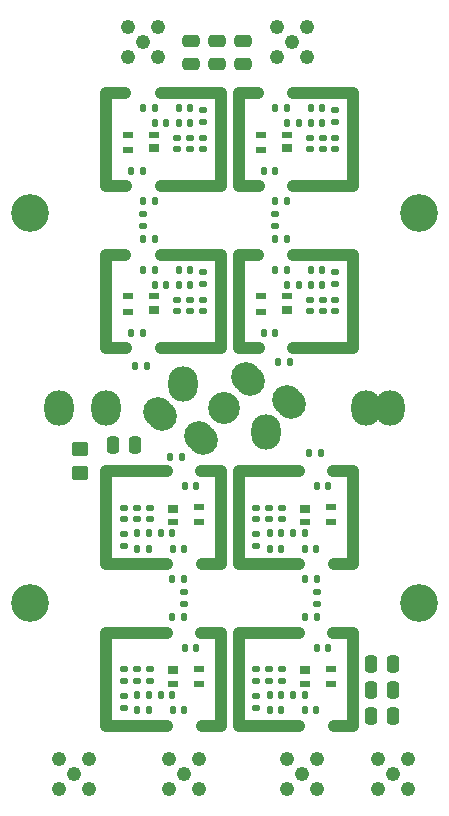
<source format=gbr>
%TF.GenerationSoftware,KiCad,Pcbnew,7.0.5-4d25ed1034~172~ubuntu22.04.1*%
%TF.CreationDate,2023-07-12T12:46:34+02:00*%
%TF.ProjectId,Chubut_2,43687562-7574-45f3-922e-6b696361645f,rev?*%
%TF.SameCoordinates,Original*%
%TF.FileFunction,Soldermask,Bot*%
%TF.FilePolarity,Negative*%
%FSLAX46Y46*%
G04 Gerber Fmt 4.6, Leading zero omitted, Abs format (unit mm)*
G04 Created by KiCad (PCBNEW 7.0.5-4d25ed1034~172~ubuntu22.04.1) date 2023-07-12 12:46:34*
%MOMM*%
%LPD*%
G01*
G04 APERTURE LIST*
G04 Aperture macros list*
%AMRoundRect*
0 Rectangle with rounded corners*
0 $1 Rounding radius*
0 $2 $3 $4 $5 $6 $7 $8 $9 X,Y pos of 4 corners*
0 Add a 4 corners polygon primitive as box body*
4,1,4,$2,$3,$4,$5,$6,$7,$8,$9,$2,$3,0*
0 Add four circle primitives for the rounded corners*
1,1,$1+$1,$2,$3*
1,1,$1+$1,$4,$5*
1,1,$1+$1,$6,$7*
1,1,$1+$1,$8,$9*
0 Add four rect primitives between the rounded corners*
20,1,$1+$1,$2,$3,$4,$5,0*
20,1,$1+$1,$4,$5,$6,$7,0*
20,1,$1+$1,$6,$7,$8,$9,0*
20,1,$1+$1,$8,$9,$2,$3,0*%
%AMHorizOval*
0 Thick line with rounded ends*
0 $1 width*
0 $2 $3 position (X,Y) of the first rounded end (center of the circle)*
0 $4 $5 position (X,Y) of the second rounded end (center of the circle)*
0 Add line between two ends*
20,1,$1,$2,$3,$4,$5,0*
0 Add two circle primitives to create the rounded ends*
1,1,$1,$2,$3*
1,1,$1,$4,$5*%
G04 Aperture macros list end*
%ADD10C,1.000000*%
%ADD11C,3.200000*%
%ADD12O,2.500000X3.000000*%
%ADD13HorizOval,2.500000X-0.176777X0.176777X0.176777X-0.176777X0*%
%ADD14C,2.700000*%
%ADD15RoundRect,0.135000X-0.185000X0.135000X-0.185000X-0.135000X0.185000X-0.135000X0.185000X0.135000X0*%
%ADD16RoundRect,0.140000X0.140000X0.170000X-0.140000X0.170000X-0.140000X-0.170000X0.140000X-0.170000X0*%
%ADD17R,0.950000X0.500000*%
%ADD18R,0.950000X0.800000*%
%ADD19RoundRect,0.140000X-0.170000X0.140000X-0.170000X-0.140000X0.170000X-0.140000X0.170000X0.140000X0*%
%ADD20RoundRect,0.140000X0.170000X-0.140000X0.170000X0.140000X-0.170000X0.140000X-0.170000X-0.140000X0*%
%ADD21RoundRect,0.135000X-0.135000X-0.185000X0.135000X-0.185000X0.135000X0.185000X-0.135000X0.185000X0*%
%ADD22RoundRect,0.147500X0.147500X0.172500X-0.147500X0.172500X-0.147500X-0.172500X0.147500X-0.172500X0*%
%ADD23RoundRect,0.140000X-0.140000X-0.170000X0.140000X-0.170000X0.140000X0.170000X-0.140000X0.170000X0*%
%ADD24RoundRect,0.135000X0.135000X0.185000X-0.135000X0.185000X-0.135000X-0.185000X0.135000X-0.185000X0*%
%ADD25RoundRect,0.147500X-0.147500X-0.172500X0.147500X-0.172500X0.147500X0.172500X-0.147500X0.172500X0*%
%ADD26RoundRect,0.250000X0.250000X0.475000X-0.250000X0.475000X-0.250000X-0.475000X0.250000X-0.475000X0*%
%ADD27C,1.240000*%
%ADD28RoundRect,0.135000X0.185000X-0.135000X0.185000X0.135000X-0.185000X0.135000X-0.185000X-0.135000X0*%
%ADD29RoundRect,0.250000X-0.250000X-0.475000X0.250000X-0.475000X0.250000X0.475000X-0.250000X0.475000X0*%
%ADD30RoundRect,0.250000X-0.475000X0.250000X-0.475000X-0.250000X0.475000X-0.250000X0.475000X0.250000X0*%
%ADD31RoundRect,0.250000X0.450000X-0.350000X0.450000X0.350000X-0.450000X0.350000X-0.450000X-0.350000X0*%
G04 APERTURE END LIST*
D10*
X-300000Y-5300000D02*
X-300000Y-13200000D01*
X-8300000Y18800000D02*
X-10000000Y18800000D01*
X9200000Y-19000000D02*
X10900000Y-19000000D01*
X9200000Y-5300000D02*
X10900000Y-5300000D01*
X-10000000Y-19000000D02*
X-10000000Y-26900000D01*
X-10000000Y-26900000D02*
X-4900000Y-26900000D01*
X-4900000Y-19000000D02*
X-10000000Y-19000000D01*
X10900000Y-26900000D02*
X9300000Y-26900000D01*
X10900000Y26700000D02*
X5800000Y26700000D01*
X1200000Y18800000D02*
X1200000Y26700000D01*
X-2000000Y-5300000D02*
X-300000Y-5300000D01*
X-10000000Y26700000D02*
X-8400000Y26700000D01*
X-10000000Y-5300000D02*
X-10000000Y-13200000D01*
X-5400000Y18800000D02*
X-300000Y18800000D01*
X10900000Y5100000D02*
X10900000Y13000000D01*
X-10000000Y5100000D02*
X-10000000Y13000000D01*
X-300000Y13000000D02*
X-5400000Y13000000D01*
X-10000000Y13000000D02*
X-8400000Y13000000D01*
X10900000Y18800000D02*
X10900000Y26700000D01*
X-10000000Y18800000D02*
X-10000000Y26700000D01*
X1200000Y26700000D02*
X2800000Y26700000D01*
X10900000Y-19000000D02*
X10900000Y-26900000D01*
X6300000Y-19000000D02*
X1200000Y-19000000D01*
X5800000Y5100000D02*
X10900000Y5100000D01*
X-300000Y-19000000D02*
X-300000Y-26900000D01*
X-300000Y-13200000D02*
X-1900000Y-13200000D01*
X1200000Y-19000000D02*
X1200000Y-26900000D01*
X-300000Y18800000D02*
X-300000Y26700000D01*
X1200000Y5100000D02*
X1200000Y13000000D01*
X6300000Y-5300000D02*
X1200000Y-5300000D01*
X-8300000Y5100000D02*
X-10000000Y5100000D01*
X2900000Y18800000D02*
X1200000Y18800000D01*
X10900000Y13000000D02*
X5800000Y13000000D01*
X-2000000Y-19000000D02*
X-300000Y-19000000D01*
X-300000Y-26900000D02*
X-1900000Y-26900000D01*
X-10000000Y-13200000D02*
X-4900000Y-13200000D01*
X-300000Y5100000D02*
X-300000Y13000000D01*
X2900000Y5100000D02*
X1200000Y5100000D01*
X10900000Y-5300000D02*
X10900000Y-13200000D01*
X1200000Y-5300000D02*
X1200000Y-13200000D01*
X10900000Y-13200000D02*
X9300000Y-13200000D01*
X5800000Y18800000D02*
X10900000Y18800000D01*
X-5400000Y5100000D02*
X-300000Y5100000D01*
X-4900000Y-5300000D02*
X-10000000Y-5300000D01*
X1200000Y-26900000D02*
X6300000Y-26900000D01*
X-300000Y26700000D02*
X-5400000Y26700000D01*
X1200000Y-13200000D02*
X6300000Y-13200000D01*
X1200000Y13000000D02*
X2800000Y13000000D01*
D11*
%TO.C,H3*%
X16500000Y-16500000D03*
%TD*%
D12*
%TO.C,J10*%
X-14000000Y0D03*
X-14000000Y0D03*
%TD*%
D13*
%TO.C,J4*%
X2000000Y2500000D03*
X2000000Y2500000D03*
%TD*%
%TO.C,J2*%
X-2000000Y-2500000D03*
X-2000000Y-2500000D03*
%TD*%
%TO.C,J15*%
X5500000Y500000D03*
X5500000Y500000D03*
%TD*%
D12*
%TO.C,J13*%
X12000000Y0D03*
X12000000Y0D03*
%TD*%
D11*
%TO.C,H2*%
X-16500000Y-16500000D03*
%TD*%
D12*
%TO.C,J16*%
X14000000Y0D03*
X14000000Y0D03*
%TD*%
%TO.C,J3*%
X3500000Y-2000000D03*
X3500000Y-2000000D03*
%TD*%
D13*
%TO.C,J14*%
X-5500000Y-500000D03*
X-5500000Y-500000D03*
%TD*%
D11*
%TO.C,H4*%
X16500000Y16500000D03*
%TD*%
D12*
%TO.C,J12*%
X-10000000Y0D03*
X-10000000Y0D03*
%TD*%
D14*
%TO.C,H5*%
X0Y0D03*
%TD*%
D12*
%TO.C,J5*%
X-3500000Y2000000D03*
X-3500000Y2000000D03*
%TD*%
D11*
%TO.C,H1*%
X-16500000Y16500000D03*
%TD*%
D15*
%TO.C,R8*%
X-3400000Y-15590000D03*
X-3400000Y-16610000D03*
%TD*%
D16*
%TO.C,C40*%
X-6920000Y20100000D03*
X-7880000Y20100000D03*
%TD*%
D17*
%TO.C,U1*%
X6827500Y-9657500D03*
D18*
X6827500Y-8507500D03*
D17*
X9027500Y-8357500D03*
X9027500Y-9657500D03*
%TD*%
D19*
%TO.C,C41*%
X-4000000Y22880000D03*
X-4000000Y21920000D03*
%TD*%
D20*
%TO.C,C47*%
X-6300000Y-9380000D03*
X-6300000Y-8420000D03*
%TD*%
%TO.C,C51*%
X-8500000Y-23080000D03*
X-8500000Y-22120000D03*
%TD*%
D19*
%TO.C,C35*%
X-4000000Y9180000D03*
X-4000000Y8220000D03*
%TD*%
D21*
%TO.C,R12*%
X4490000Y3900000D03*
X5510000Y3900000D03*
%TD*%
D22*
%TO.C,L9*%
X-2915000Y10400000D03*
X-3885000Y10400000D03*
%TD*%
D19*
%TO.C,C30*%
X8300000Y22880000D03*
X8300000Y21920000D03*
%TD*%
D23*
%TO.C,C46*%
X-3380000Y-6600000D03*
X-2420000Y-6600000D03*
%TD*%
D22*
%TO.C,L7*%
X8285000Y24100000D03*
X7315000Y24100000D03*
%TD*%
%TO.C,L6*%
X6285000Y10400000D03*
X5315000Y10400000D03*
%TD*%
D24*
%TO.C,R21*%
X-5890000Y17500000D03*
X-6910000Y17500000D03*
%TD*%
D23*
%TO.C,C55*%
X-4380000Y-25600000D03*
X-3420000Y-25600000D03*
%TD*%
D15*
%TO.C,R16*%
X9400000Y11510000D03*
X9400000Y10490000D03*
%TD*%
%TO.C,R4*%
X7800000Y-15590000D03*
X7800000Y-16610000D03*
%TD*%
D16*
%TO.C,C38*%
X-2920000Y25400000D03*
X-3880000Y25400000D03*
%TD*%
D25*
%TO.C,L4*%
X5815000Y-24300000D03*
X6785000Y-24300000D03*
%TD*%
D26*
%TO.C,C2*%
X14300000Y-23900000D03*
X12400000Y-23900000D03*
%TD*%
D17*
%TO.C,U3*%
X5272500Y9457500D03*
D18*
X5272500Y8307500D03*
D17*
X3072500Y8157500D03*
X3072500Y9457500D03*
%TD*%
D25*
%TO.C,L1*%
X3815000Y-10600000D03*
X4785000Y-10600000D03*
%TD*%
D19*
%TO.C,C27*%
X9400000Y22880000D03*
X9400000Y21920000D03*
%TD*%
D22*
%TO.C,L12*%
X-4915000Y24100000D03*
X-5885000Y24100000D03*
%TD*%
D20*
%TO.C,C48*%
X-7400000Y-9380000D03*
X-7400000Y-8420000D03*
%TD*%
D16*
%TO.C,C31*%
X5280000Y25400000D03*
X4320000Y25400000D03*
%TD*%
D27*
%TO.C,J6*%
X-3400000Y-31000000D03*
X-2130000Y-32270000D03*
X-2130000Y-29730000D03*
X-4670000Y-32270000D03*
X-4670000Y-29730000D03*
%TD*%
D19*
%TO.C,C24*%
X8300000Y9180000D03*
X8300000Y8220000D03*
%TD*%
D23*
%TO.C,C52*%
X-3380000Y-20300000D03*
X-2420000Y-20300000D03*
%TD*%
D27*
%TO.C,J1*%
X14300000Y-31000000D03*
X15570000Y-32270000D03*
X15570000Y-29730000D03*
X13030000Y-32270000D03*
X13030000Y-29730000D03*
%TD*%
D28*
%TO.C,R25*%
X-8500000Y-25410000D03*
X-8500000Y-24390000D03*
%TD*%
D25*
%TO.C,L3*%
X3815000Y-24300000D03*
X4785000Y-24300000D03*
%TD*%
D16*
%TO.C,C25*%
X5280000Y11700000D03*
X4320000Y11700000D03*
%TD*%
%TO.C,C22*%
X4280000Y6400000D03*
X3320000Y6400000D03*
%TD*%
D25*
%TO.C,L14*%
X-5385000Y-10600000D03*
X-4415000Y-10600000D03*
%TD*%
D17*
%TO.C,U7*%
X-4372500Y-9657500D03*
D18*
X-4372500Y-8507500D03*
D17*
X-2172500Y-8357500D03*
X-2172500Y-9657500D03*
%TD*%
D20*
%TO.C,C54*%
X-7400000Y-23080000D03*
X-7400000Y-22120000D03*
%TD*%
%TO.C,C12*%
X3800000Y-9380000D03*
X3800000Y-8420000D03*
%TD*%
D21*
%TO.C,R3*%
X6790000Y-14500000D03*
X7810000Y-14500000D03*
%TD*%
D23*
%TO.C,C49*%
X-4380000Y-11900000D03*
X-3420000Y-11900000D03*
%TD*%
D28*
%TO.C,R10*%
X2700000Y-11710001D03*
X2700000Y-10690001D03*
%TD*%
D15*
%TO.C,R17*%
X9400000Y25210000D03*
X9400000Y24190000D03*
%TD*%
D23*
%TO.C,C44*%
X-7380000Y-11900000D03*
X-6420000Y-11900000D03*
%TD*%
D19*
%TO.C,C33*%
X-1800000Y9180000D03*
X-1800000Y8220000D03*
%TD*%
D26*
%TO.C,C3*%
X14300000Y-26100000D03*
X12400000Y-26100000D03*
%TD*%
D27*
%TO.C,J8*%
X5700000Y31000000D03*
X4430000Y32270000D03*
X4430000Y29730000D03*
X6970000Y32270000D03*
X6970000Y29730000D03*
%TD*%
D24*
%TO.C,R13*%
X5310000Y14300000D03*
X4290000Y14300000D03*
%TD*%
%TO.C,R6*%
X-3590000Y-4100000D03*
X-4610000Y-4100000D03*
%TD*%
D19*
%TO.C,C36*%
X-2900000Y9180000D03*
X-2900000Y8220000D03*
%TD*%
D22*
%TO.C,L10*%
X-4915000Y10400000D03*
X-5885000Y10400000D03*
%TD*%
D20*
%TO.C,C11*%
X4900000Y-9380000D03*
X4900000Y-8420000D03*
%TD*%
D16*
%TO.C,C26*%
X8280000Y25400000D03*
X7320000Y25400000D03*
%TD*%
D24*
%TO.C,R15*%
X5310000Y17500000D03*
X4290000Y17500000D03*
%TD*%
D16*
%TO.C,C20*%
X8280000Y11700000D03*
X7320000Y11700000D03*
%TD*%
D17*
%TO.C,U8*%
X-4372500Y-23357500D03*
D18*
X-4372500Y-22207500D03*
D17*
X-2172500Y-22057500D03*
X-2172500Y-23357500D03*
%TD*%
%TO.C,U6*%
X-5927500Y23157500D03*
D18*
X-5927500Y22007500D03*
D17*
X-8127500Y21857500D03*
X-8127500Y23157500D03*
%TD*%
D29*
%TO.C,C7*%
X-9450000Y-3100000D03*
X-7550000Y-3100000D03*
%TD*%
D25*
%TO.C,L13*%
X-7385000Y-10600000D03*
X-6415000Y-10600000D03*
%TD*%
D27*
%TO.C,J11*%
X-12700000Y-31000000D03*
X-11430000Y-32270000D03*
X-11430000Y-29730000D03*
X-13970000Y-32270000D03*
X-13970000Y-29730000D03*
%TD*%
D22*
%TO.C,L5*%
X8285000Y10400000D03*
X7315000Y10400000D03*
%TD*%
D16*
%TO.C,C32*%
X-2920000Y11700000D03*
X-3880000Y11700000D03*
%TD*%
D30*
%TO.C,C5*%
X-600000Y31050000D03*
X-600000Y29150000D03*
%TD*%
D19*
%TO.C,C39*%
X-1800000Y22880000D03*
X-1800000Y21920000D03*
%TD*%
D23*
%TO.C,C8*%
X3820000Y-11900000D03*
X4780000Y-11900000D03*
%TD*%
%TO.C,C16*%
X7820000Y-20300000D03*
X8780000Y-20300000D03*
%TD*%
D21*
%TO.C,R2*%
X7190000Y-3800000D03*
X8210000Y-3800000D03*
%TD*%
D20*
%TO.C,C9*%
X2700000Y-9380000D03*
X2700000Y-8420000D03*
%TD*%
D27*
%TO.C,J9*%
X-6900000Y31000000D03*
X-8170000Y32270000D03*
X-8170000Y29730000D03*
X-5630000Y32270000D03*
X-5630000Y29730000D03*
%TD*%
D24*
%TO.C,R18*%
X-6590000Y3600000D03*
X-7610000Y3600000D03*
%TD*%
D28*
%TO.C,R24*%
X-8500000Y-11710000D03*
X-8500000Y-10690000D03*
%TD*%
D31*
%TO.C,R1*%
X-12200000Y-5500000D03*
X-12200000Y-3500000D03*
%TD*%
D25*
%TO.C,L15*%
X-7385000Y-24300000D03*
X-6415000Y-24300000D03*
%TD*%
D20*
%TO.C,C15*%
X2700000Y-23080000D03*
X2700000Y-22120000D03*
%TD*%
D30*
%TO.C,C6*%
X1600000Y31050000D03*
X1600000Y29150000D03*
%TD*%
D19*
%TO.C,C21*%
X9400000Y9180000D03*
X9400000Y8220000D03*
%TD*%
D28*
%TO.C,R20*%
X-6900000Y15390000D03*
X-6900000Y16410000D03*
%TD*%
D20*
%TO.C,C45*%
X-8500000Y-9380000D03*
X-8500000Y-8420000D03*
%TD*%
D19*
%TO.C,C42*%
X-2900000Y22880000D03*
X-2900000Y21920000D03*
%TD*%
D21*
%TO.C,R9*%
X-4410000Y-17700000D03*
X-3390000Y-17700000D03*
%TD*%
D28*
%TO.C,R11*%
X2700000Y-25410000D03*
X2700000Y-24390000D03*
%TD*%
D21*
%TO.C,R7*%
X-4410000Y-14500000D03*
X-3390000Y-14500000D03*
%TD*%
D16*
%TO.C,C37*%
X-5920000Y11700000D03*
X-6880000Y11700000D03*
%TD*%
D22*
%TO.C,L11*%
X-2915000Y24100000D03*
X-3885000Y24100000D03*
%TD*%
D16*
%TO.C,C28*%
X4280000Y20100000D03*
X3320000Y20100000D03*
%TD*%
D17*
%TO.C,U4*%
X5272500Y23157500D03*
D18*
X5272500Y22007500D03*
D17*
X3072500Y21857500D03*
X3072500Y23157500D03*
%TD*%
D24*
%TO.C,R19*%
X-5890000Y14300000D03*
X-6910000Y14300000D03*
%TD*%
D27*
%TO.C,J7*%
X6600000Y-31000000D03*
X7870000Y-32270000D03*
X7870000Y-29730000D03*
X5330000Y-32270000D03*
X5330000Y-29730000D03*
%TD*%
D25*
%TO.C,L2*%
X5815000Y-10600000D03*
X6785000Y-10600000D03*
%TD*%
D23*
%TO.C,C14*%
X3820000Y-25600000D03*
X4780000Y-25600000D03*
%TD*%
D15*
%TO.C,R23*%
X-1800000Y25210000D03*
X-1800000Y24190000D03*
%TD*%
D22*
%TO.C,L8*%
X6285000Y24100000D03*
X5315000Y24100000D03*
%TD*%
D17*
%TO.C,U2*%
X6827500Y-23357500D03*
D18*
X6827500Y-22207500D03*
D17*
X9027500Y-22057500D03*
X9027500Y-23357500D03*
%TD*%
D20*
%TO.C,C17*%
X4900000Y-23080000D03*
X4900000Y-22120000D03*
%TD*%
D23*
%TO.C,C19*%
X6820000Y-25600000D03*
X7780000Y-25600000D03*
%TD*%
D28*
%TO.C,R14*%
X4300000Y15390000D03*
X4300000Y16410000D03*
%TD*%
D23*
%TO.C,C13*%
X6820000Y-11900000D03*
X7780000Y-11900000D03*
%TD*%
D20*
%TO.C,C53*%
X-6300000Y-23080000D03*
X-6300000Y-22120000D03*
%TD*%
D25*
%TO.C,L16*%
X-5385000Y-24300000D03*
X-4415000Y-24300000D03*
%TD*%
D26*
%TO.C,C1*%
X14300000Y-21700000D03*
X12400000Y-21700000D03*
%TD*%
D23*
%TO.C,C10*%
X7820000Y-6600000D03*
X8780000Y-6600000D03*
%TD*%
D16*
%TO.C,C43*%
X-5920000Y25400000D03*
X-6880000Y25400000D03*
%TD*%
D30*
%TO.C,C4*%
X-2800000Y31050000D03*
X-2800000Y29150000D03*
%TD*%
D19*
%TO.C,C29*%
X7200000Y22880000D03*
X7200000Y21920000D03*
%TD*%
D16*
%TO.C,C34*%
X-6920000Y6400000D03*
X-7880000Y6400000D03*
%TD*%
D23*
%TO.C,C50*%
X-7380000Y-25600000D03*
X-6420000Y-25600000D03*
%TD*%
D17*
%TO.C,U5*%
X-5927500Y9457500D03*
D18*
X-5927500Y8307500D03*
D17*
X-8127500Y8157500D03*
X-8127500Y9457500D03*
%TD*%
D19*
%TO.C,C23*%
X7200000Y9180000D03*
X7200000Y8220000D03*
%TD*%
D21*
%TO.C,R5*%
X6790000Y-17700000D03*
X7810000Y-17700000D03*
%TD*%
D20*
%TO.C,C18*%
X3800000Y-23080000D03*
X3800000Y-22120000D03*
%TD*%
D15*
%TO.C,R22*%
X-1800000Y11510000D03*
X-1800000Y10490000D03*
%TD*%
M02*

</source>
